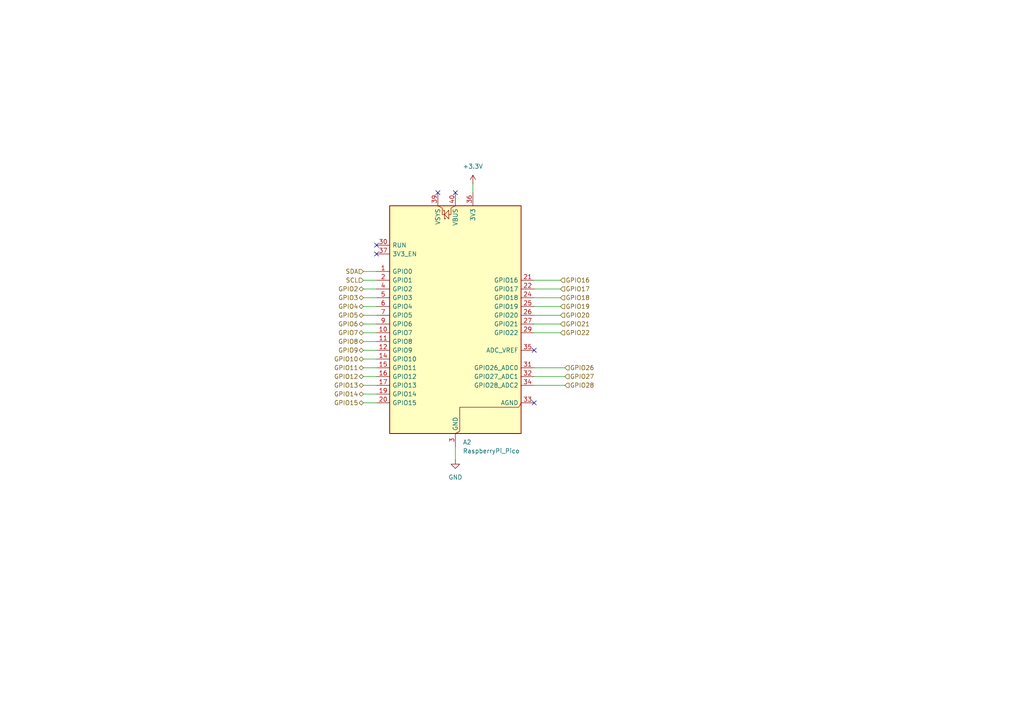
<source format=kicad_sch>
(kicad_sch
	(version 20250114)
	(generator "eeschema")
	(generator_version "9.0")
	(uuid "e824ae0a-303e-4b85-8ccd-ff8cbc5f6381")
	(paper "A4")
	(lib_symbols
		(symbol "MCU_Module:RaspberryPi_Pico"
			(pin_names
				(offset 0.762)
			)
			(exclude_from_sim no)
			(in_bom yes)
			(on_board yes)
			(property "Reference" "A"
				(at -19.05 35.56 0)
				(effects
					(font
						(size 1.27 1.27)
					)
					(justify left)
				)
			)
			(property "Value" "RaspberryPi_Pico"
				(at 7.62 35.56 0)
				(effects
					(font
						(size 1.27 1.27)
					)
					(justify left)
				)
			)
			(property "Footprint" "Module:RaspberryPi_Pico_Common_Unspecified"
				(at 0 -46.99 0)
				(effects
					(font
						(size 1.27 1.27)
					)
					(hide yes)
				)
			)
			(property "Datasheet" "https://datasheets.raspberrypi.com/pico/pico-datasheet.pdf"
				(at 0 -49.53 0)
				(effects
					(font
						(size 1.27 1.27)
					)
					(hide yes)
				)
			)
			(property "Description" "Versatile and inexpensive microcontroller module powered by RP2040 dual-core Arm Cortex-M0+ processor up to 133 MHz, 264kB SRAM, 2MB QSPI flash; also supports Raspberry Pi Pico 2"
				(at 0 -52.07 0)
				(effects
					(font
						(size 1.27 1.27)
					)
					(hide yes)
				)
			)
			(property "ki_keywords" "RP2350A M33 RISC-V Hazard3 usb"
				(at 0 0 0)
				(effects
					(font
						(size 1.27 1.27)
					)
					(hide yes)
				)
			)
			(property "ki_fp_filters" "RaspberryPi?Pico?Common* RaspberryPi?Pico?SMD*"
				(at 0 0 0)
				(effects
					(font
						(size 1.27 1.27)
					)
					(hide yes)
				)
			)
			(symbol "RaspberryPi_Pico_0_1"
				(rectangle
					(start -19.05 34.29)
					(end 19.05 -31.75)
					(stroke
						(width 0.254)
						(type default)
					)
					(fill
						(type background)
					)
				)
				(polyline
					(pts
						(xy -5.08 34.29) (xy -3.81 33.655) (xy -3.81 31.75) (xy -3.175 31.75)
					)
					(stroke
						(width 0)
						(type default)
					)
					(fill
						(type none)
					)
				)
				(polyline
					(pts
						(xy -3.429 32.766) (xy -3.429 33.02) (xy -3.175 33.02) (xy -3.175 30.48) (xy -2.921 30.48) (xy -2.921 30.734)
					)
					(stroke
						(width 0)
						(type default)
					)
					(fill
						(type none)
					)
				)
				(polyline
					(pts
						(xy -3.175 31.75) (xy -1.905 33.02) (xy -1.905 30.48) (xy -3.175 31.75)
					)
					(stroke
						(width 0)
						(type default)
					)
					(fill
						(type none)
					)
				)
				(polyline
					(pts
						(xy 0 34.29) (xy -1.27 33.655) (xy -1.27 31.75) (xy -1.905 31.75)
					)
					(stroke
						(width 0)
						(type default)
					)
					(fill
						(type none)
					)
				)
				(polyline
					(pts
						(xy 0 -31.75) (xy 1.27 -31.115) (xy 1.27 -24.13) (xy 18.415 -24.13) (xy 19.05 -22.86)
					)
					(stroke
						(width 0)
						(type default)
					)
					(fill
						(type none)
					)
				)
			)
			(symbol "RaspberryPi_Pico_1_1"
				(pin passive line
					(at -22.86 22.86 0)
					(length 3.81)
					(name "RUN"
						(effects
							(font
								(size 1.27 1.27)
							)
						)
					)
					(number "30"
						(effects
							(font
								(size 1.27 1.27)
							)
						)
					)
					(alternate "~{RESET}" passive line)
				)
				(pin passive line
					(at -22.86 20.32 0)
					(length 3.81)
					(name "3V3_EN"
						(effects
							(font
								(size 1.27 1.27)
							)
						)
					)
					(number "37"
						(effects
							(font
								(size 1.27 1.27)
							)
						)
					)
					(alternate "~{3V3_DISABLE}" passive line)
				)
				(pin bidirectional line
					(at -22.86 15.24 0)
					(length 3.81)
					(name "GPIO0"
						(effects
							(font
								(size 1.27 1.27)
							)
						)
					)
					(number "1"
						(effects
							(font
								(size 1.27 1.27)
							)
						)
					)
					(alternate "I2C0_SDA" bidirectional line)
					(alternate "PWM0_A" output line)
					(alternate "SPI0_RX" input line)
					(alternate "UART0_TX" output line)
					(alternate "USB_OVCUR_DET" input line)
				)
				(pin bidirectional line
					(at -22.86 12.7 0)
					(length 3.81)
					(name "GPIO1"
						(effects
							(font
								(size 1.27 1.27)
							)
						)
					)
					(number "2"
						(effects
							(font
								(size 1.27 1.27)
							)
						)
					)
					(alternate "I2C0_SCL" bidirectional clock)
					(alternate "PWM0_B" bidirectional line)
					(alternate "UART0_RX" input line)
					(alternate "USB_VBUS_DET" passive line)
					(alternate "~{SPI0_CSn}" bidirectional line)
				)
				(pin bidirectional line
					(at -22.86 10.16 0)
					(length 3.81)
					(name "GPIO2"
						(effects
							(font
								(size 1.27 1.27)
							)
						)
					)
					(number "4"
						(effects
							(font
								(size 1.27 1.27)
							)
						)
					)
					(alternate "I2C1_SDA" bidirectional line)
					(alternate "PWM1_A" output line)
					(alternate "SPI0_SCK" bidirectional clock)
					(alternate "UART0_CTS" input line)
					(alternate "USB_VBUS_EN" output line)
				)
				(pin bidirectional line
					(at -22.86 7.62 0)
					(length 3.81)
					(name "GPIO3"
						(effects
							(font
								(size 1.27 1.27)
							)
						)
					)
					(number "5"
						(effects
							(font
								(size 1.27 1.27)
							)
						)
					)
					(alternate "I2C1_SCL" bidirectional clock)
					(alternate "PWM1_B" bidirectional line)
					(alternate "SPI0_TX" output line)
					(alternate "UART0_RTS" output line)
					(alternate "USB_OVCUR_DET" input line)
				)
				(pin bidirectional line
					(at -22.86 5.08 0)
					(length 3.81)
					(name "GPIO4"
						(effects
							(font
								(size 1.27 1.27)
							)
						)
					)
					(number "6"
						(effects
							(font
								(size 1.27 1.27)
							)
						)
					)
					(alternate "I2C0_SDA" bidirectional line)
					(alternate "PWM2_A" output line)
					(alternate "SPI0_RX" input line)
					(alternate "UART1_TX" output line)
					(alternate "USB_VBUS_DET" input line)
				)
				(pin bidirectional line
					(at -22.86 2.54 0)
					(length 3.81)
					(name "GPIO5"
						(effects
							(font
								(size 1.27 1.27)
							)
						)
					)
					(number "7"
						(effects
							(font
								(size 1.27 1.27)
							)
						)
					)
					(alternate "I2C0_SCL" bidirectional clock)
					(alternate "PWM2_B" bidirectional line)
					(alternate "UART1_RX" input line)
					(alternate "USB_VBUS_EN" output line)
					(alternate "~{SPI0_CSn}" bidirectional line)
				)
				(pin bidirectional line
					(at -22.86 0 0)
					(length 3.81)
					(name "GPIO6"
						(effects
							(font
								(size 1.27 1.27)
							)
						)
					)
					(number "9"
						(effects
							(font
								(size 1.27 1.27)
							)
						)
					)
					(alternate "I2C1_SDA" bidirectional line)
					(alternate "PWM3_A" output line)
					(alternate "SPI0_SCK" bidirectional clock)
					(alternate "UART1_CTS" input line)
					(alternate "USB_OVCUR_DET" input line)
				)
				(pin bidirectional line
					(at -22.86 -2.54 0)
					(length 3.81)
					(name "GPIO7"
						(effects
							(font
								(size 1.27 1.27)
							)
						)
					)
					(number "10"
						(effects
							(font
								(size 1.27 1.27)
							)
						)
					)
					(alternate "I2C1_SCL" bidirectional clock)
					(alternate "PWM3_B" bidirectional line)
					(alternate "SPI0_TX" output line)
					(alternate "UART1_RTS" output line)
					(alternate "USB_VBUS_DET" input line)
				)
				(pin bidirectional line
					(at -22.86 -5.08 0)
					(length 3.81)
					(name "GPIO8"
						(effects
							(font
								(size 1.27 1.27)
							)
						)
					)
					(number "11"
						(effects
							(font
								(size 1.27 1.27)
							)
						)
					)
					(alternate "I2C0_SDA" bidirectional line)
					(alternate "PWM4_A" output line)
					(alternate "SPI1_RX" input line)
					(alternate "UART1_TX" output line)
					(alternate "USB_VBUS_EN" output line)
				)
				(pin bidirectional line
					(at -22.86 -7.62 0)
					(length 3.81)
					(name "GPIO9"
						(effects
							(font
								(size 1.27 1.27)
							)
						)
					)
					(number "12"
						(effects
							(font
								(size 1.27 1.27)
							)
						)
					)
					(alternate "I2C0_SCL" bidirectional clock)
					(alternate "PWM4_B" bidirectional line)
					(alternate "UART1_RX" input line)
					(alternate "USB_OVCUR_DET" input line)
					(alternate "~{SPI1_CSn}" bidirectional line)
				)
				(pin bidirectional line
					(at -22.86 -10.16 0)
					(length 3.81)
					(name "GPIO10"
						(effects
							(font
								(size 1.27 1.27)
							)
						)
					)
					(number "14"
						(effects
							(font
								(size 1.27 1.27)
							)
						)
					)
					(alternate "I2C1_SDA" bidirectional line)
					(alternate "PWM5_A" output line)
					(alternate "SPI1_SCK" bidirectional clock)
					(alternate "UART1_CTS" input line)
					(alternate "USB_VBUS_DET" input line)
				)
				(pin bidirectional line
					(at -22.86 -12.7 0)
					(length 3.81)
					(name "GPIO11"
						(effects
							(font
								(size 1.27 1.27)
							)
						)
					)
					(number "15"
						(effects
							(font
								(size 1.27 1.27)
							)
						)
					)
					(alternate "I2C1_SCL" bidirectional clock)
					(alternate "PWM5_B" bidirectional line)
					(alternate "SPI1_TX" output line)
					(alternate "UART1_RTS" output line)
					(alternate "USB_VBUS_EN" output line)
				)
				(pin bidirectional line
					(at -22.86 -15.24 0)
					(length 3.81)
					(name "GPIO12"
						(effects
							(font
								(size 1.27 1.27)
							)
						)
					)
					(number "16"
						(effects
							(font
								(size 1.27 1.27)
							)
						)
					)
					(alternate "I2C0_SDA" bidirectional line)
					(alternate "PWM6_A" output line)
					(alternate "SPI1_RX" input line)
					(alternate "UART0_TX" output line)
					(alternate "USB_OVCUR_DET" input line)
				)
				(pin bidirectional line
					(at -22.86 -17.78 0)
					(length 3.81)
					(name "GPIO13"
						(effects
							(font
								(size 1.27 1.27)
							)
						)
					)
					(number "17"
						(effects
							(font
								(size 1.27 1.27)
							)
						)
					)
					(alternate "I2C0_SCL" bidirectional clock)
					(alternate "PWM6_B" bidirectional line)
					(alternate "UART0_RX" input line)
					(alternate "USB_VBUS_DET" input line)
					(alternate "~{SPI1_CSn}" bidirectional line)
				)
				(pin bidirectional line
					(at -22.86 -20.32 0)
					(length 3.81)
					(name "GPIO14"
						(effects
							(font
								(size 1.27 1.27)
							)
						)
					)
					(number "19"
						(effects
							(font
								(size 1.27 1.27)
							)
						)
					)
					(alternate "I2C1_SDA" bidirectional line)
					(alternate "PWM7_A" output line)
					(alternate "SPI1_SCK" bidirectional clock)
					(alternate "UART0_CTS" input line)
					(alternate "USB_VBUS_EN" output line)
				)
				(pin bidirectional line
					(at -22.86 -22.86 0)
					(length 3.81)
					(name "GPIO15"
						(effects
							(font
								(size 1.27 1.27)
							)
						)
					)
					(number "20"
						(effects
							(font
								(size 1.27 1.27)
							)
						)
					)
					(alternate "I2C1_SCL" bidirectional clock)
					(alternate "PWM7_B" bidirectional line)
					(alternate "SPI1_TX" output line)
					(alternate "UART0_RTS" output line)
					(alternate "USB_OVCUR_DET" input line)
				)
				(pin power_in line
					(at -5.08 38.1 270)
					(length 3.81)
					(name "VSYS"
						(effects
							(font
								(size 1.27 1.27)
							)
						)
					)
					(number "39"
						(effects
							(font
								(size 1.27 1.27)
							)
						)
					)
					(alternate "VSYS_OUT" power_out line)
				)
				(pin power_out line
					(at 0 38.1 270)
					(length 3.81)
					(name "VBUS"
						(effects
							(font
								(size 1.27 1.27)
							)
						)
					)
					(number "40"
						(effects
							(font
								(size 1.27 1.27)
							)
						)
					)
					(alternate "VBUS_IN" power_in line)
				)
				(pin passive line
					(at 0 -35.56 90)
					(length 3.81)
					(hide yes)
					(name "GND"
						(effects
							(font
								(size 1.27 1.27)
							)
						)
					)
					(number "13"
						(effects
							(font
								(size 1.27 1.27)
							)
						)
					)
				)
				(pin passive line
					(at 0 -35.56 90)
					(length 3.81)
					(hide yes)
					(name "GND"
						(effects
							(font
								(size 1.27 1.27)
							)
						)
					)
					(number "18"
						(effects
							(font
								(size 1.27 1.27)
							)
						)
					)
				)
				(pin passive line
					(at 0 -35.56 90)
					(length 3.81)
					(hide yes)
					(name "GND"
						(effects
							(font
								(size 1.27 1.27)
							)
						)
					)
					(number "23"
						(effects
							(font
								(size 1.27 1.27)
							)
						)
					)
				)
				(pin passive line
					(at 0 -35.56 90)
					(length 3.81)
					(hide yes)
					(name "GND"
						(effects
							(font
								(size 1.27 1.27)
							)
						)
					)
					(number "28"
						(effects
							(font
								(size 1.27 1.27)
							)
						)
					)
				)
				(pin power_out line
					(at 0 -35.56 90)
					(length 3.81)
					(name "GND"
						(effects
							(font
								(size 1.27 1.27)
							)
						)
					)
					(number "3"
						(effects
							(font
								(size 1.27 1.27)
							)
						)
					)
					(alternate "GND_IN" power_in line)
				)
				(pin passive line
					(at 0 -35.56 90)
					(length 3.81)
					(hide yes)
					(name "GND"
						(effects
							(font
								(size 1.27 1.27)
							)
						)
					)
					(number "38"
						(effects
							(font
								(size 1.27 1.27)
							)
						)
					)
				)
				(pin passive line
					(at 0 -35.56 90)
					(length 3.81)
					(hide yes)
					(name "GND"
						(effects
							(font
								(size 1.27 1.27)
							)
						)
					)
					(number "8"
						(effects
							(font
								(size 1.27 1.27)
							)
						)
					)
				)
				(pin power_out line
					(at 5.08 38.1 270)
					(length 3.81)
					(name "3V3"
						(effects
							(font
								(size 1.27 1.27)
							)
						)
					)
					(number "36"
						(effects
							(font
								(size 1.27 1.27)
							)
						)
					)
				)
				(pin bidirectional line
					(at 22.86 12.7 180)
					(length 3.81)
					(name "GPIO16"
						(effects
							(font
								(size 1.27 1.27)
							)
						)
					)
					(number "21"
						(effects
							(font
								(size 1.27 1.27)
							)
						)
					)
					(alternate "I2C0_SDA" bidirectional line)
					(alternate "PWM0_A" output line)
					(alternate "SPI0_RX" input line)
					(alternate "UART0_TX" output line)
					(alternate "USB_VBUS_DET" input line)
				)
				(pin bidirectional line
					(at 22.86 10.16 180)
					(length 3.81)
					(name "GPIO17"
						(effects
							(font
								(size 1.27 1.27)
							)
						)
					)
					(number "22"
						(effects
							(font
								(size 1.27 1.27)
							)
						)
					)
					(alternate "I2C0_SCL" bidirectional clock)
					(alternate "PWM0_B" bidirectional line)
					(alternate "UART0_RX" input line)
					(alternate "USB_VBUS_EN" output line)
					(alternate "~{SPI0_CSn}" bidirectional line)
				)
				(pin bidirectional line
					(at 22.86 7.62 180)
					(length 3.81)
					(name "GPIO18"
						(effects
							(font
								(size 1.27 1.27)
							)
						)
					)
					(number "24"
						(effects
							(font
								(size 1.27 1.27)
							)
						)
					)
					(alternate "I2C1_SDA" bidirectional line)
					(alternate "PWM1_A" output line)
					(alternate "SPI0_SCK" bidirectional clock)
					(alternate "UART0_CTS" input line)
					(alternate "USB_OVCUR_DET" input line)
				)
				(pin bidirectional line
					(at 22.86 5.08 180)
					(length 3.81)
					(name "GPIO19"
						(effects
							(font
								(size 1.27 1.27)
							)
						)
					)
					(number "25"
						(effects
							(font
								(size 1.27 1.27)
							)
						)
					)
					(alternate "I2C1_SCL" bidirectional clock)
					(alternate "PWM1_B" bidirectional line)
					(alternate "SPI0_TX" output line)
					(alternate "UART0_RTS" output line)
					(alternate "USB_VBUS_DET" input line)
				)
				(pin bidirectional line
					(at 22.86 2.54 180)
					(length 3.81)
					(name "GPIO20"
						(effects
							(font
								(size 1.27 1.27)
							)
						)
					)
					(number "26"
						(effects
							(font
								(size 1.27 1.27)
							)
						)
					)
					(alternate "CLOCK_GPIN0" input clock)
					(alternate "I2C0_SDA" bidirectional line)
					(alternate "PWM2_A" output line)
					(alternate "SPI0_RX" input line)
					(alternate "UART1_TX" output line)
					(alternate "USB_VBUS_EN" output line)
				)
				(pin bidirectional line
					(at 22.86 0 180)
					(length 3.81)
					(name "GPIO21"
						(effects
							(font
								(size 1.27 1.27)
							)
						)
					)
					(number "27"
						(effects
							(font
								(size 1.27 1.27)
							)
						)
					)
					(alternate "CLOCK_GPOUT0" output clock)
					(alternate "I2C0_SCL" bidirectional clock)
					(alternate "PWM2_B" bidirectional line)
					(alternate "UART1_RX" input line)
					(alternate "USB_OVCUR_DET" input line)
					(alternate "~{SPI0_CSn}" bidirectional line)
				)
				(pin bidirectional line
					(at 22.86 -2.54 180)
					(length 3.81)
					(name "GPIO22"
						(effects
							(font
								(size 1.27 1.27)
							)
						)
					)
					(number "29"
						(effects
							(font
								(size 1.27 1.27)
							)
						)
					)
					(alternate "CLOCK_GPIN1" input clock)
					(alternate "I2C1_SDA" bidirectional line)
					(alternate "PWM3_A" output line)
					(alternate "SPI0_SCK" bidirectional clock)
					(alternate "UART1_CTS" input line)
					(alternate "USB_VBUS_DET" input line)
				)
				(pin power_in line
					(at 22.86 -7.62 180)
					(length 3.81)
					(name "ADC_VREF"
						(effects
							(font
								(size 1.27 1.27)
							)
						)
					)
					(number "35"
						(effects
							(font
								(size 1.27 1.27)
							)
						)
					)
				)
				(pin bidirectional line
					(at 22.86 -12.7 180)
					(length 3.81)
					(name "GPIO26_ADC0"
						(effects
							(font
								(size 1.27 1.27)
							)
						)
					)
					(number "31"
						(effects
							(font
								(size 1.27 1.27)
							)
						)
					)
					(alternate "ADC0" input line)
					(alternate "GPIO26" bidirectional line)
					(alternate "I2C1_SDA" bidirectional line)
					(alternate "PWM5_A" output line)
					(alternate "SPI1_SCK" bidirectional clock)
					(alternate "UART1_CTS" input line)
					(alternate "USB_VBUS_EN" output line)
				)
				(pin bidirectional line
					(at 22.86 -15.24 180)
					(length 3.81)
					(name "GPIO27_ADC1"
						(effects
							(font
								(size 1.27 1.27)
							)
						)
					)
					(number "32"
						(effects
							(font
								(size 1.27 1.27)
							)
						)
					)
					(alternate "ADC1" input line)
					(alternate "GPIO27" bidirectional line)
					(alternate "I2C1_SCL" bidirectional clock)
					(alternate "PWM5_B" bidirectional line)
					(alternate "SPI1_TX" output line)
					(alternate "UART1_RTS" output line)
					(alternate "USB_OVCUR_DET" input line)
				)
				(pin bidirectional line
					(at 22.86 -17.78 180)
					(length 3.81)
					(name "GPIO28_ADC2"
						(effects
							(font
								(size 1.27 1.27)
							)
						)
					)
					(number "34"
						(effects
							(font
								(size 1.27 1.27)
							)
						)
					)
					(alternate "ADC2" input line)
					(alternate "GPIO28" bidirectional line)
					(alternate "I2C0_SDA" bidirectional line)
					(alternate "PWM6_A" output line)
					(alternate "SPI1_RX" input line)
					(alternate "UART0_TX" output line)
					(alternate "USB_VBUS_DET" input line)
				)
				(pin power_out line
					(at 22.86 -22.86 180)
					(length 3.81)
					(name "AGND"
						(effects
							(font
								(size 1.27 1.27)
							)
						)
					)
					(number "33"
						(effects
							(font
								(size 1.27 1.27)
							)
						)
					)
					(alternate "GND" passive line)
				)
			)
			(embedded_fonts no)
		)
		(symbol "power:GND"
			(power)
			(pin_numbers
				(hide yes)
			)
			(pin_names
				(offset 0)
				(hide yes)
			)
			(exclude_from_sim no)
			(in_bom yes)
			(on_board yes)
			(property "Reference" "#PWR"
				(at 0 -6.35 0)
				(effects
					(font
						(size 1.27 1.27)
					)
					(hide yes)
				)
			)
			(property "Value" "GND"
				(at 0 -3.81 0)
				(effects
					(font
						(size 1.27 1.27)
					)
				)
			)
			(property "Footprint" ""
				(at 0 0 0)
				(effects
					(font
						(size 1.27 1.27)
					)
					(hide yes)
				)
			)
			(property "Datasheet" ""
				(at 0 0 0)
				(effects
					(font
						(size 1.27 1.27)
					)
					(hide yes)
				)
			)
			(property "Description" "Power symbol creates a global label with name \"GND\" , ground"
				(at 0 0 0)
				(effects
					(font
						(size 1.27 1.27)
					)
					(hide yes)
				)
			)
			(property "ki_keywords" "global power"
				(at 0 0 0)
				(effects
					(font
						(size 1.27 1.27)
					)
					(hide yes)
				)
			)
			(symbol "GND_0_1"
				(polyline
					(pts
						(xy 0 0) (xy 0 -1.27) (xy 1.27 -1.27) (xy 0 -2.54) (xy -1.27 -1.27) (xy 0 -1.27)
					)
					(stroke
						(width 0)
						(type default)
					)
					(fill
						(type none)
					)
				)
			)
			(symbol "GND_1_1"
				(pin power_in line
					(at 0 0 270)
					(length 0)
					(name "~"
						(effects
							(font
								(size 1.27 1.27)
							)
						)
					)
					(number "1"
						(effects
							(font
								(size 1.27 1.27)
							)
						)
					)
				)
			)
			(embedded_fonts no)
		)
		(symbol "power:VDD"
			(power)
			(pin_numbers
				(hide yes)
			)
			(pin_names
				(offset 0)
				(hide yes)
			)
			(exclude_from_sim no)
			(in_bom yes)
			(on_board yes)
			(property "Reference" "#PWR"
				(at 0 -3.81 0)
				(effects
					(font
						(size 1.27 1.27)
					)
					(hide yes)
				)
			)
			(property "Value" "VDD"
				(at 0 3.556 0)
				(effects
					(font
						(size 1.27 1.27)
					)
				)
			)
			(property "Footprint" ""
				(at 0 0 0)
				(effects
					(font
						(size 1.27 1.27)
					)
					(hide yes)
				)
			)
			(property "Datasheet" ""
				(at 0 0 0)
				(effects
					(font
						(size 1.27 1.27)
					)
					(hide yes)
				)
			)
			(property "Description" "Power symbol creates a global label with name \"VDD\""
				(at 0 0 0)
				(effects
					(font
						(size 1.27 1.27)
					)
					(hide yes)
				)
			)
			(property "ki_keywords" "global power"
				(at 0 0 0)
				(effects
					(font
						(size 1.27 1.27)
					)
					(hide yes)
				)
			)
			(symbol "VDD_0_1"
				(polyline
					(pts
						(xy -0.762 1.27) (xy 0 2.54)
					)
					(stroke
						(width 0)
						(type default)
					)
					(fill
						(type none)
					)
				)
				(polyline
					(pts
						(xy 0 2.54) (xy 0.762 1.27)
					)
					(stroke
						(width 0)
						(type default)
					)
					(fill
						(type none)
					)
				)
				(polyline
					(pts
						(xy 0 0) (xy 0 2.54)
					)
					(stroke
						(width 0)
						(type default)
					)
					(fill
						(type none)
					)
				)
			)
			(symbol "VDD_1_1"
				(pin power_in line
					(at 0 0 90)
					(length 0)
					(name "~"
						(effects
							(font
								(size 1.27 1.27)
							)
						)
					)
					(number "1"
						(effects
							(font
								(size 1.27 1.27)
							)
						)
					)
				)
			)
			(embedded_fonts no)
		)
	)
	(no_connect
		(at 127 55.88)
		(uuid "10dec673-f94b-46f2-88ef-d4373fab5c6e")
	)
	(no_connect
		(at 132.08 55.88)
		(uuid "3c1660e5-cc67-4e15-a5ed-8385125b3696")
	)
	(no_connect
		(at 109.22 71.12)
		(uuid "6c6ed54d-8265-40cb-a4ce-84e88663da6a")
	)
	(no_connect
		(at 154.94 101.6)
		(uuid "7a61684d-67a1-4614-9715-8f6b5448b051")
	)
	(no_connect
		(at 154.94 116.84)
		(uuid "c07f1d21-a1e0-4740-815b-5b99188bfe5a")
	)
	(no_connect
		(at 109.22 73.66)
		(uuid "c8b18d34-33e4-4cd9-be69-e2924e6d4f4a")
	)
	(wire
		(pts
			(xy 154.94 93.98) (xy 162.56 93.98)
		)
		(stroke
			(width 0)
			(type default)
		)
		(uuid "1957e941-50cb-4659-81e0-5ef3aa5c59b5")
	)
	(wire
		(pts
			(xy 154.94 109.22) (xy 163.83 109.22)
		)
		(stroke
			(width 0)
			(type default)
		)
		(uuid "225727b7-d0c4-49be-b2d7-3af82e098ead")
	)
	(wire
		(pts
			(xy 105.41 91.44) (xy 109.22 91.44)
		)
		(stroke
			(width 0)
			(type default)
		)
		(uuid "244c8c6a-faa0-475c-9f88-786326891568")
	)
	(wire
		(pts
			(xy 137.16 53.34) (xy 137.16 55.88)
		)
		(stroke
			(width 0)
			(type default)
		)
		(uuid "258f4d31-23c0-4ac4-a711-7562bf8fae14")
	)
	(wire
		(pts
			(xy 105.41 111.76) (xy 109.22 111.76)
		)
		(stroke
			(width 0)
			(type default)
		)
		(uuid "265097d1-ae1b-4d55-a33c-c3b10842ab7b")
	)
	(wire
		(pts
			(xy 105.41 99.06) (xy 109.22 99.06)
		)
		(stroke
			(width 0)
			(type default)
		)
		(uuid "31d4b425-51b0-4703-a4eb-46793d721478")
	)
	(wire
		(pts
			(xy 105.41 114.3) (xy 109.22 114.3)
		)
		(stroke
			(width 0)
			(type default)
		)
		(uuid "375daf7d-f414-477d-bc25-3e08404c100c")
	)
	(wire
		(pts
			(xy 105.41 88.9) (xy 109.22 88.9)
		)
		(stroke
			(width 0)
			(type default)
		)
		(uuid "3d70ecc6-5f9e-463a-9a1e-c6fe89985cae")
	)
	(wire
		(pts
			(xy 154.94 111.76) (xy 163.83 111.76)
		)
		(stroke
			(width 0)
			(type default)
		)
		(uuid "41cd981e-b56a-4eb0-8e08-bdb145dd4d15")
	)
	(wire
		(pts
			(xy 154.94 106.68) (xy 163.83 106.68)
		)
		(stroke
			(width 0)
			(type default)
		)
		(uuid "47594b9c-eded-4844-bdee-d33fc3c239a9")
	)
	(wire
		(pts
			(xy 105.41 116.84) (xy 109.22 116.84)
		)
		(stroke
			(width 0)
			(type default)
		)
		(uuid "4e8f7581-4e05-4946-885e-7bc3347b4de4")
	)
	(wire
		(pts
			(xy 105.41 78.74) (xy 109.22 78.74)
		)
		(stroke
			(width 0)
			(type default)
		)
		(uuid "572b6e17-1839-4032-a729-e662a71be97d")
	)
	(wire
		(pts
			(xy 105.41 109.22) (xy 109.22 109.22)
		)
		(stroke
			(width 0)
			(type default)
		)
		(uuid "5ddc8e7e-7c54-4a23-a02d-5ce7e86e310f")
	)
	(wire
		(pts
			(xy 105.41 101.6) (xy 109.22 101.6)
		)
		(stroke
			(width 0)
			(type default)
		)
		(uuid "67571a08-db69-41a8-9385-bbb3a68c8196")
	)
	(wire
		(pts
			(xy 154.94 88.9) (xy 162.56 88.9)
		)
		(stroke
			(width 0)
			(type default)
		)
		(uuid "6f9cec05-7b11-4a1f-bb36-e4af14f292fe")
	)
	(wire
		(pts
			(xy 154.94 96.52) (xy 162.56 96.52)
		)
		(stroke
			(width 0)
			(type default)
		)
		(uuid "72e3f59b-dc1b-44e8-8720-0c5387730fe6")
	)
	(wire
		(pts
			(xy 154.94 81.28) (xy 162.56 81.28)
		)
		(stroke
			(width 0)
			(type default)
		)
		(uuid "7c601752-7d38-4b3f-abce-0b60354062da")
	)
	(wire
		(pts
			(xy 105.41 86.36) (xy 109.22 86.36)
		)
		(stroke
			(width 0)
			(type default)
		)
		(uuid "a05c624f-bac9-4331-90d5-7222daaefb61")
	)
	(wire
		(pts
			(xy 154.94 86.36) (xy 162.56 86.36)
		)
		(stroke
			(width 0)
			(type default)
		)
		(uuid "ad24f702-98be-40cd-a946-73bb53f84fcc")
	)
	(wire
		(pts
			(xy 105.41 81.28) (xy 109.22 81.28)
		)
		(stroke
			(width 0)
			(type default)
		)
		(uuid "b07f9f2c-be97-4a89-9e34-d23c29de3d87")
	)
	(wire
		(pts
			(xy 105.41 83.82) (xy 109.22 83.82)
		)
		(stroke
			(width 0)
			(type default)
		)
		(uuid "b39324a5-3cc3-4976-81ea-c9811e7fa30b")
	)
	(wire
		(pts
			(xy 105.41 93.98) (xy 109.22 93.98)
		)
		(stroke
			(width 0)
			(type default)
		)
		(uuid "ba92a283-0a12-48b2-92c8-0df3912d2e8d")
	)
	(wire
		(pts
			(xy 105.41 106.68) (xy 109.22 106.68)
		)
		(stroke
			(width 0)
			(type default)
		)
		(uuid "cbd79dbf-0202-4244-ab39-0f054cc93c8e")
	)
	(wire
		(pts
			(xy 154.94 83.82) (xy 162.56 83.82)
		)
		(stroke
			(width 0)
			(type default)
		)
		(uuid "d2153dde-7400-4e71-95a6-287a2bd82655")
	)
	(wire
		(pts
			(xy 154.94 91.44) (xy 162.56 91.44)
		)
		(stroke
			(width 0)
			(type default)
		)
		(uuid "d8e91207-01e8-4c9b-84b3-f7a52a602105")
	)
	(wire
		(pts
			(xy 105.41 96.52) (xy 109.22 96.52)
		)
		(stroke
			(width 0)
			(type default)
		)
		(uuid "daa98717-9399-40c5-92ce-d609c62d1c12")
	)
	(wire
		(pts
			(xy 132.08 129.54) (xy 132.08 133.35)
		)
		(stroke
			(width 0)
			(type default)
		)
		(uuid "ea069af5-0dc5-4b4a-af23-b55b885790d0")
	)
	(wire
		(pts
			(xy 105.41 104.14) (xy 109.22 104.14)
		)
		(stroke
			(width 0)
			(type default)
		)
		(uuid "ebcbedba-44d7-4bca-93a8-6a2dd133c54f")
	)
	(hierarchical_label "GPIO5"
		(shape bidirectional)
		(at 105.41 91.44 180)
		(effects
			(font
				(size 1.27 1.27)
			)
			(justify right)
		)
		(uuid "00767b9b-436c-4641-b4e3-397df2964466")
	)
	(hierarchical_label "GPIO22"
		(shape input)
		(at 162.56 96.52 0)
		(effects
			(font
				(size 1.27 1.27)
			)
			(justify left)
		)
		(uuid "0124ffdb-8865-491c-a9cd-463819c42c35")
	)
	(hierarchical_label "GPIO8"
		(shape bidirectional)
		(at 105.41 99.06 180)
		(effects
			(font
				(size 1.27 1.27)
			)
			(justify right)
		)
		(uuid "042a7274-5a30-4515-a2a3-db4c2b6bf0f5")
	)
	(hierarchical_label "GPIO16"
		(shape input)
		(at 162.56 81.28 0)
		(effects
			(font
				(size 1.27 1.27)
			)
			(justify left)
		)
		(uuid "0e276e24-10ef-4b1d-9502-312a70a5c727")
	)
	(hierarchical_label "GPIO20"
		(shape input)
		(at 162.56 91.44 0)
		(effects
			(font
				(size 1.27 1.27)
			)
			(justify left)
		)
		(uuid "1548c031-cc93-4152-a297-19a08d4b30db")
	)
	(hierarchical_label "GPIO18"
		(shape input)
		(at 162.56 86.36 0)
		(effects
			(font
				(size 1.27 1.27)
			)
			(justify left)
		)
		(uuid "157e8b53-2f47-48c8-8e6f-f8032d5d4952")
	)
	(hierarchical_label "GPIO26"
		(shape input)
		(at 163.83 106.68 0)
		(effects
			(font
				(size 1.27 1.27)
			)
			(justify left)
		)
		(uuid "20999525-f989-481f-af4f-bb62ca308433")
	)
	(hierarchical_label "GPIO11"
		(shape bidirectional)
		(at 105.41 106.68 180)
		(effects
			(font
				(size 1.27 1.27)
			)
			(justify right)
		)
		(uuid "22f84906-9ce4-4893-8165-3788c63fbad7")
	)
	(hierarchical_label "GPIO15"
		(shape bidirectional)
		(at 105.41 116.84 180)
		(effects
			(font
				(size 1.27 1.27)
			)
			(justify right)
		)
		(uuid "25d8ce99-d581-4c54-8e5e-9f21c0d59693")
	)
	(hierarchical_label "GPIO7"
		(shape bidirectional)
		(at 105.41 96.52 180)
		(effects
			(font
				(size 1.27 1.27)
			)
			(justify right)
		)
		(uuid "3f068abb-8e82-404a-bdbf-4febde634249")
	)
	(hierarchical_label "GPIO19"
		(shape input)
		(at 162.56 88.9 0)
		(effects
			(font
				(size 1.27 1.27)
			)
			(justify left)
		)
		(uuid "4f96111b-eacd-4432-a3c9-0229f97d3304")
	)
	(hierarchical_label "GPIO17"
		(shape input)
		(at 162.56 83.82 0)
		(effects
			(font
				(size 1.27 1.27)
			)
			(justify left)
		)
		(uuid "63fb2a9a-689e-47c6-b800-35075debaee5")
	)
	(hierarchical_label "SDA"
		(shape input)
		(at 105.41 78.74 180)
		(effects
			(font
				(size 1.27 1.27)
			)
			(justify right)
		)
		(uuid "78ad6e9c-ef22-492c-b708-8de696a6b89b")
	)
	(hierarchical_label "GPIO9"
		(shape bidirectional)
		(at 105.41 101.6 180)
		(effects
			(font
				(size 1.27 1.27)
			)
			(justify right)
		)
		(uuid "87bb0a17-b346-4cf3-b6c6-f8efa6dc715a")
	)
	(hierarchical_label "GPIO12"
		(shape bidirectional)
		(at 105.41 109.22 180)
		(effects
			(font
				(size 1.27 1.27)
			)
			(justify right)
		)
		(uuid "910ae52d-7bb8-4df1-b79d-df987391a171")
	)
	(hierarchical_label "GPIO13"
		(shape bidirectional)
		(at 105.41 111.76 180)
		(effects
			(font
				(size 1.27 1.27)
			)
			(justify right)
		)
		(uuid "9de8b24e-496b-4062-ac2c-32be463ae47d")
	)
	(hierarchical_label "GPIO6"
		(shape bidirectional)
		(at 105.41 93.98 180)
		(effects
			(font
				(size 1.27 1.27)
			)
			(justify right)
		)
		(uuid "a5171c39-5e1c-480f-aca8-d5cee5e6b38d")
	)
	(hierarchical_label "GPIO3"
		(shape bidirectional)
		(at 105.41 86.36 180)
		(effects
			(font
				(size 1.27 1.27)
			)
			(justify right)
		)
		(uuid "a8a37340-7d87-4682-908d-aee274d0161c")
	)
	(hierarchical_label "GPIO4"
		(shape bidirectional)
		(at 105.41 88.9 180)
		(effects
			(font
				(size 1.27 1.27)
			)
			(justify right)
		)
		(uuid "ad2ffb11-e98a-4f2e-9223-5cf8b89cf3f0")
	)
	(hierarchical_label "GPIO14"
		(shape bidirectional)
		(at 105.41 114.3 180)
		(effects
			(font
				(size 1.27 1.27)
			)
			(justify right)
		)
		(uuid "af60d903-b0f6-4dc4-afee-42fe61587aed")
	)
	(hierarchical_label "GPIO28"
		(shape input)
		(at 163.83 111.76 0)
		(effects
			(font
				(size 1.27 1.27)
			)
			(justify left)
		)
		(uuid "c67f5fae-63b8-4e0f-becb-bb4f565eab98")
	)
	(hierarchical_label "SCL"
		(shape input)
		(at 105.41 81.28 180)
		(effects
			(font
				(size 1.27 1.27)
			)
			(justify right)
		)
		(uuid "cb036c64-c718-44ed-9b0c-432f83de3032")
	)
	(hierarchical_label "GPIO27"
		(shape input)
		(at 163.83 109.22 0)
		(effects
			(font
				(size 1.27 1.27)
			)
			(justify left)
		)
		(uuid "d0f4e526-f501-4489-9121-f401dd641e68")
	)
	(hierarchical_label "GPIO2"
		(shape bidirectional)
		(at 105.41 83.82 180)
		(effects
			(font
				(size 1.27 1.27)
			)
			(justify right)
		)
		(uuid "d72a08ff-3a7b-4ca6-a87f-749089788e40")
	)
	(hierarchical_label "GPIO21"
		(shape input)
		(at 162.56 93.98 0)
		(effects
			(font
				(size 1.27 1.27)
			)
			(justify left)
		)
		(uuid "e4f89efb-15f0-46ae-9b4c-448ef15e82f3")
	)
	(hierarchical_label "GPIO10"
		(shape bidirectional)
		(at 105.41 104.14 180)
		(effects
			(font
				(size 1.27 1.27)
			)
			(justify right)
		)
		(uuid "f248cc96-ecdb-4635-bfe1-cac3f92d2b89")
	)
	(symbol
		(lib_id "power:GND")
		(at 132.08 133.35 0)
		(unit 1)
		(exclude_from_sim no)
		(in_bom yes)
		(on_board yes)
		(dnp no)
		(fields_autoplaced yes)
		(uuid "625382a7-cca3-4eaa-a849-4ac12254fc4c")
		(property "Reference" "#PWR011"
			(at 132.08 139.7 0)
			(effects
				(font
					(size 1.27 1.27)
				)
				(hide yes)
			)
		)
		(property "Value" "GND"
			(at 132.08 138.43 0)
			(effects
				(font
					(size 1.27 1.27)
				)
			)
		)
		(property "Footprint" ""
			(at 132.08 133.35 0)
			(effects
				(font
					(size 1.27 1.27)
				)
				(hide yes)
			)
		)
		(property "Datasheet" ""
			(at 132.08 133.35 0)
			(effects
				(font
					(size 1.27 1.27)
				)
				(hide yes)
			)
		)
		(property "Description" "Power symbol creates a global label with name \"GND\" , ground"
			(at 132.08 133.35 0)
			(effects
				(font
					(size 1.27 1.27)
				)
				(hide yes)
			)
		)
		(pin "1"
			(uuid "26de9861-c146-4d01-acd8-5e48dfd197ae")
		)
		(instances
			(project "WSEN-HIDS_Demo_Board"
				(path "/0b9d3690-03ac-4718-a721-d774fd5bc4e6/faf2ce06-15fe-4950-87f7-f180a1f62497"
					(reference "#PWR011")
					(unit 1)
				)
			)
		)
	)
	(symbol
		(lib_id "MCU_Module:RaspberryPi_Pico")
		(at 132.08 93.98 0)
		(unit 1)
		(exclude_from_sim no)
		(in_bom yes)
		(on_board yes)
		(dnp no)
		(fields_autoplaced yes)
		(uuid "a9561667-b563-4934-a6da-fa4d46d80b66")
		(property "Reference" "A2"
			(at 134.2233 128.27 0)
			(effects
				(font
					(size 1.27 1.27)
				)
				(justify left)
			)
		)
		(property "Value" "RaspberryPi_Pico"
			(at 134.2233 130.81 0)
			(effects
				(font
					(size 1.27 1.27)
				)
				(justify left)
			)
		)
		(property "Footprint" "Module:RaspberryPi_Pico_Common_Unspecified"
			(at 132.08 140.97 0)
			(effects
				(font
					(size 1.27 1.27)
				)
				(hide yes)
			)
		)
		(property "Datasheet" "https://datasheets.raspberrypi.com/pico/pico-datasheet.pdf"
			(at 132.08 143.51 0)
			(effects
				(font
					(size 1.27 1.27)
				)
				(hide yes)
			)
		)
		(property "Description" "Versatile and inexpensive microcontroller module powered by RP2040 dual-core Arm Cortex-M0+ processor up to 133 MHz, 264kB SRAM, 2MB QSPI flash; also supports Raspberry Pi Pico 2"
			(at 132.08 146.05 0)
			(effects
				(font
					(size 1.27 1.27)
				)
				(hide yes)
			)
		)
		(pin "30"
			(uuid "c9da3c22-7d0a-4e59-a010-663f2bd80918")
		)
		(pin "37"
			(uuid "87f12655-8c1d-4715-aad4-2fc0f651dbcc")
		)
		(pin "9"
			(uuid "0b41ca4e-85ea-4020-9274-ebd7e6f01db7")
		)
		(pin "10"
			(uuid "8d99e59a-61a3-436f-9efb-70c2cdbad8d3")
		)
		(pin "14"
			(uuid "698077f7-f55c-4b7a-9680-a1a5e95983d1")
		)
		(pin "15"
			(uuid "9794ff5a-6ffb-4cfc-83c6-5662f03ff81c")
		)
		(pin "16"
			(uuid "79d89db4-bae3-4404-b64a-f3270493ff63")
		)
		(pin "17"
			(uuid "d2d30fa0-8d36-4df3-91c3-9377829b8474")
		)
		(pin "19"
			(uuid "93b617a7-3d9f-4c07-85aa-370e5bd79ecb")
		)
		(pin "20"
			(uuid "4c7d7465-a3ab-4eba-a156-13256ab617e7")
		)
		(pin "1"
			(uuid "0f7bfd0d-da02-4ea6-9ce1-8aa436e481f6")
		)
		(pin "2"
			(uuid "7882a093-cb28-43eb-ad7b-3a7b63e84d43")
		)
		(pin "4"
			(uuid "c20c4520-2d9e-4525-b215-07a8cb00c4d6")
		)
		(pin "5"
			(uuid "f86fb7bd-182e-407f-8888-2f44c520867b")
		)
		(pin "6"
			(uuid "23b5549b-c490-40ee-a9f7-a05ac6d86ee6")
		)
		(pin "7"
			(uuid "cbc9922b-593e-4680-a4e2-55eb3f84f6d9")
		)
		(pin "39"
			(uuid "9e9e7188-3b95-445c-959d-e8a9dddae6b3")
		)
		(pin "40"
			(uuid "06f7c5aa-902f-4a56-a8a2-2d74cfed9096")
		)
		(pin "13"
			(uuid "e96302a8-0926-4e34-9aec-4fa53a5993bf")
		)
		(pin "18"
			(uuid "ba5bded6-c47f-4d6f-b1dd-7f408ee3dcc7")
		)
		(pin "23"
			(uuid "5e674c6f-a14e-4a2f-9cd4-d3a336dc5888")
		)
		(pin "28"
			(uuid "9ea66b54-e63c-4acd-8a02-40cb58bfe2d5")
		)
		(pin "3"
			(uuid "206f0b28-9cd4-42d9-9ac6-da474cf22b70")
		)
		(pin "38"
			(uuid "176fbc84-41c7-4fc5-b783-99c35e6638ef")
		)
		(pin "8"
			(uuid "4cd3c1bd-81e8-46cf-bb07-4ba80afd69d1")
		)
		(pin "36"
			(uuid "fa44b399-ccfd-4c8a-b724-aa66d93e4d08")
		)
		(pin "21"
			(uuid "b273483f-6011-4701-9d26-7bb71482a9a0")
		)
		(pin "22"
			(uuid "ac747a34-13f0-4daa-b67b-d4cad1947144")
		)
		(pin "24"
			(uuid "2b37588d-4e5c-4a18-a35c-b4d734372860")
		)
		(pin "25"
			(uuid "0ad7dfcd-d2e5-40c1-bd5d-f47a8487a466")
		)
		(pin "26"
			(uuid "d22277c3-a52a-4b93-bb80-503ed478893c")
		)
		(pin "27"
			(uuid "a53255d5-5659-467e-9685-74a62c81db34")
		)
		(pin "29"
			(uuid "fd7a34ce-da24-4bd0-937a-1f0f00063725")
		)
		(pin "35"
			(uuid "efce3a0f-cbbf-4588-a498-aad09e33743d")
		)
		(pin "31"
			(uuid "fd7f4c35-82fa-4a03-9517-924c4c82b1ad")
		)
		(pin "32"
			(uuid "7afc304b-4cc6-4ee9-a994-b3d0fee79094")
		)
		(pin "34"
			(uuid "f16510f1-f718-4aed-aa89-dd4ca3113802")
		)
		(pin "33"
			(uuid "2dba32f4-ce96-4e99-8f58-5a994213a841")
		)
		(pin "11"
			(uuid "60a5ec2a-319a-4cd1-abb1-4a27b08951a3")
		)
		(pin "12"
			(uuid "07dcaff8-926e-4099-989f-44be2565a5f2")
		)
		(instances
			(project "WSEN-HIDS_Demo_Board"
				(path "/0b9d3690-03ac-4718-a721-d774fd5bc4e6/faf2ce06-15fe-4950-87f7-f180a1f62497"
					(reference "A2")
					(unit 1)
				)
			)
		)
	)
	(symbol
		(lib_id "power:VDD")
		(at 137.16 53.34 0)
		(unit 1)
		(exclude_from_sim no)
		(in_bom yes)
		(on_board yes)
		(dnp no)
		(fields_autoplaced yes)
		(uuid "b8696f3e-be6f-4d3c-83fe-6d3b84cf3e0d")
		(property "Reference" "#PWR010"
			(at 137.16 57.15 0)
			(effects
				(font
					(size 1.27 1.27)
				)
				(hide yes)
			)
		)
		(property "Value" "+3.3V"
			(at 137.16 48.26 0)
			(effects
				(font
					(size 1.27 1.27)
				)
			)
		)
		(property "Footprint" ""
			(at 137.16 53.34 0)
			(effects
				(font
					(size 1.27 1.27)
				)
				(hide yes)
			)
		)
		(property "Datasheet" ""
			(at 137.16 53.34 0)
			(effects
				(font
					(size 1.27 1.27)
				)
				(hide yes)
			)
		)
		(property "Description" "Power symbol creates a global label with name \"VDD\""
			(at 137.16 53.34 0)
			(effects
				(font
					(size 1.27 1.27)
				)
				(hide yes)
			)
		)
		(pin "1"
			(uuid "4ab6ae0c-209b-4ca5-bede-07911aa715b6")
		)
		(instances
			(project "WSEN-HIDS_Demo_Board"
				(path "/0b9d3690-03ac-4718-a721-d774fd5bc4e6/faf2ce06-15fe-4950-87f7-f180a1f62497"
					(reference "#PWR010")
					(unit 1)
				)
			)
		)
	)
)

</source>
